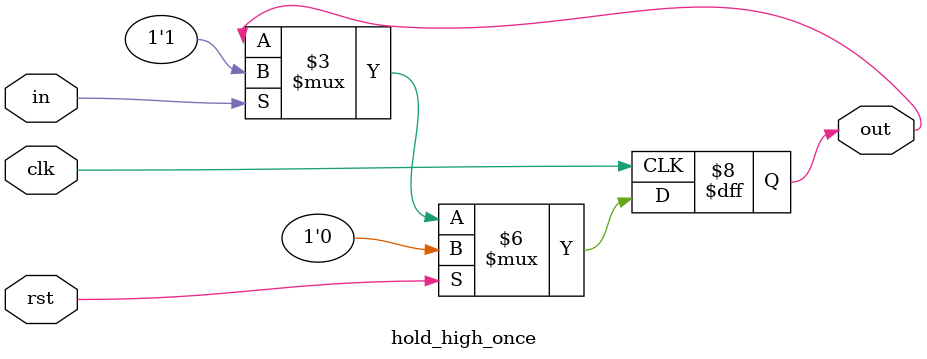
<source format=v>
module prbs_fsm (
    input  wire        clk,
    input  wire        pll_lock,
    input  wire        reset,

    input  wire        alldone,
    input  wire        rx_prbs_err,

    output reg  [2:0]  rx_prbs_mode,
    output reg  [2:0]  tx_prbs_mode,
    
    input  wire        prbscntreset_ext,
    input  wire        error_inject_ext,
    input  wire        checker_status,

    output reg         prbscntreset,
    output reg         error_inject,
    output wire        prbs_test_pass
);

  // ------------------------------------------------------------
  // State Encoding
  // ------------------------------------------------------------
  localparam DEFAULT        = 5'd0,
             START          = 5'd1,
             START_PRBS_TX  = 5'd2,
             START_PRBS_RX  = 5'd3,
             CLEAR_PRBS     = 5'd4,
             PRBS_INJECT    = 5'd5,
             CLEAR_PRBS_2   = 5'd6,
             ACTIVE         = 5'd7,
             DELAY          = 5'd8;

  reg [4:0] current_state, next_state;

  // ------------------------------------------------------------
  // Boot Counter
  // ------------------------------------------------------------
  reg         counter_boot_rst;
  wire [30:0] counter_boot;

  counter mycounter (
      .clk (clk),
      .rst (counter_boot_rst),
      .out (counter_boot)
  );

  reg temp_error;

  // ------------------------------------------------------------
  // CLEAR_PRBS_2 dwell counter
  // ------------------------------------------------------------
  parameter integer CLEAR_PRBS_2_HOLD_CYCLES = 512;

  reg [$clog2(CLEAR_PRBS_2_HOLD_CYCLES+1)-1:0] clear2_cnt;

  always @(posedge clk or posedge pll_lock or posedge reset) begin
    if (pll_lock | reset) begin
      clear2_cnt <= 'd0;
    end else begin
      if (current_state == CLEAR_PRBS_2 && (checker_status == 0) && !rx_prbs_err) begin
        if (clear2_cnt < CLEAR_PRBS_2_HOLD_CYCLES)
          clear2_cnt <= clear2_cnt + 1'b1;
      end else begin
        clear2_cnt <= 'd0;
      end
    end
  end

  // ------------------------------------------------------------
  // State Register
  // ------------------------------------------------------------
  always @(posedge clk or posedge pll_lock or posedge reset) begin
    if (pll_lock | reset)
      current_state <= DEFAULT;
    else
      current_state <= next_state;
  end

  // ------------------------------------------------------------
  // Next-State / Output Logic
  // ------------------------------------------------------------
  always @(*) begin
    // Defaults
    rx_prbs_mode     = 3'b000;
    tx_prbs_mode     = 3'b000;
    prbscntreset     = 1'b0;
    error_inject     = 1'b0;
    counter_boot_rst = 1'b1;
    next_state       = current_state;

    case (current_state)

      DEFAULT: begin
        next_state = START;
      end

      START: begin
        if (alldone)
          next_state = START_PRBS_TX;
      end

      START_PRBS_TX: begin
        tx_prbs_mode = 3'b100;
        next_state   = START_PRBS_RX;
      end

      START_PRBS_RX: begin
        tx_prbs_mode = 3'b100;
        next_state   = CLEAR_PRBS;
      end

      CLEAR_PRBS: begin
        rx_prbs_mode = 3'b100;
        tx_prbs_mode = 3'b100;
        prbscntreset = 1'b0;
        temp_error = 1'b0;
        next_state   = PRBS_INJECT;
      end

      PRBS_INJECT: begin
        rx_prbs_mode     = 3'b100;
        tx_prbs_mode     = 3'b100;
        counter_boot_rst = 1'b0;
        error_inject     = 1'b1;

        if (rx_prbs_err)
          temp_error = 1'b1;
 
        if (counter_boot >= 31'd1000_000_000)
          next_state = DELAY;
      end
      
      DELAY: begin
      rx_prbs_mode = 3'b100;
      tx_prbs_mode = 3'b100;
      prbscntreset = 1'b0;
      error_inject = 1'b0;
        if (!rx_prbs_err)
            next_state = CLEAR_PRBS_2;
      end

      CLEAR_PRBS_2: begin
        rx_prbs_mode = 3'b100;
        tx_prbs_mode = 3'b100;
        prbscntreset = 1'b1;

        // stay here until dwell time expires
        
          if (!rx_prbs_err)
            if(checker_status == 0)
              if (clear2_cnt >= CLEAR_PRBS_2_HOLD_CYCLES)
            next_state = ACTIVE;
        else
        next_state = CLEAR_PRBS_2;
      end

      ACTIVE: begin
        rx_prbs_mode = 3'b100;
        tx_prbs_mode = 3'b100;
        prbscntreset = prbscntreset_ext;
        error_inject = error_inject_ext;
        next_state   = ACTIVE;
      end

      default: begin
        next_state = DEFAULT;
      end

    endcase
  end
    hold_high_once hold_high
     (clk,
      reset,
      temp_error,
      prbs_test_pass);
endmodule

module hold_high_once (
    input  wire clk,
    input  wire rst,     // synchronous reset
    input  wire in,      // pulse or level input
    output reg  out      // stays high once set
);

always @(posedge clk) begin
    if (rst)
        out <= 1'b0;
    else if (in)
        out <= 1'b1;
    else
        out <= out; // implicit hold
end

endmodule

</source>
